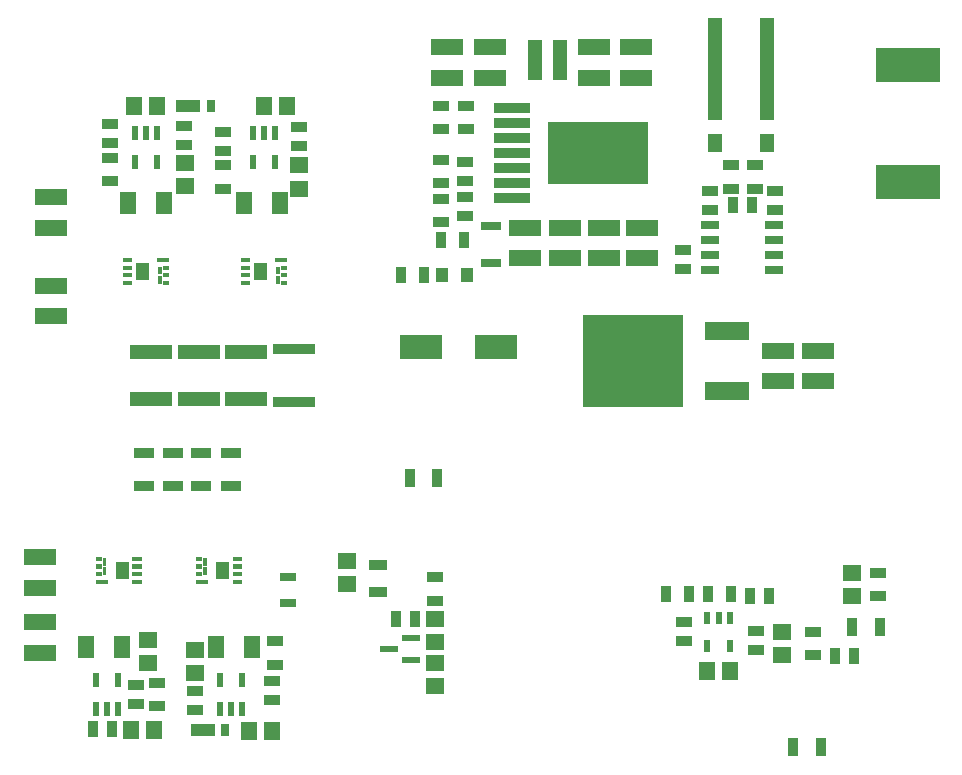
<source format=gtp>
G04*
G04 #@! TF.GenerationSoftware,Altium Limited,Altium Designer,20.1.12 (249)*
G04*
G04 Layer_Color=8421504*
%FSLAX44Y44*%
%MOMM*%
G71*
G04*
G04 #@! TF.SameCoordinates,284B2C5B-B2DB-445A-AC85-361AEC2CE434*
G04*
G04*
G04 #@! TF.FilePolarity,Positive*
G04*
G01*
G75*
%ADD17R,1.2000X8.7000*%
%ADD18R,1.2000X1.6000*%
%ADD19R,8.5100X7.8700*%
%ADD20R,3.8100X1.6200*%
%ADD21R,1.3900X0.9600*%
%ADD22R,0.9600X1.3900*%
%ADD23R,2.8200X1.4300*%
%ADD24R,1.7800X0.7100*%
%ADD25R,1.7000X0.9500*%
%ADD26R,3.5500X2.0500*%
%ADD27R,3.6100X0.8100*%
%ADD28R,3.5200X1.2500*%
%ADD29R,0.9562X1.5562*%
%ADD30R,1.5562X0.9562*%
%ADD31R,0.6000X1.2000*%
%ADD32R,8.5400X5.3500*%
%ADD33R,3.0600X0.8900*%
%ADD34R,0.8000X1.1000*%
%ADD35R,2.0000X1.1000*%
%ADD36R,1.0000X0.3400*%
%ADD37R,1.3000X3.4000*%
%ADD38R,0.6000X1.1000*%
%ADD39R,1.5250X0.6500*%
%ADD40R,1.4500X0.9500*%
%ADD41R,0.9500X1.4500*%
%ADD42R,1.3561X1.8582*%
%ADD43R,1.5500X1.3500*%
%ADD44R,1.3500X1.5500*%
%ADD45R,5.4000X2.9000*%
%ADD46R,1.5000X0.6000*%
%ADD47R,1.4500X0.7500*%
%ADD48R,1.1000X1.2000*%
G36*
X102450Y215000D02*
X97450D01*
Y218500D01*
X102450D01*
Y215000D01*
D02*
G37*
G36*
X106600Y210900D02*
X103400D01*
Y217500D01*
X106600D01*
Y210900D01*
D02*
G37*
G36*
X102450Y208500D02*
X97450D01*
Y212000D01*
X102450D01*
Y208500D01*
D02*
G37*
G36*
X106600Y202900D02*
X103400D01*
Y209500D01*
X106600D01*
Y202900D01*
D02*
G37*
G36*
X102450Y202000D02*
X97450D01*
Y205500D01*
X102450D01*
Y202000D01*
D02*
G37*
G36*
X136550Y215000D02*
X128550D01*
Y218500D01*
X136550D01*
Y215000D01*
D02*
G37*
G36*
Y208500D02*
X128550D01*
Y212000D01*
X136550D01*
Y208500D01*
D02*
G37*
G36*
Y202000D02*
X128550D01*
Y205500D01*
X136550D01*
Y202000D01*
D02*
G37*
G36*
X125350Y199750D02*
X114550D01*
Y214250D01*
X125350D01*
Y199750D01*
D02*
G37*
G36*
X136550Y195500D02*
X128550D01*
Y199000D01*
X136550D01*
Y195500D01*
D02*
G37*
G36*
X187450Y215000D02*
X182450D01*
Y218500D01*
X187450D01*
Y215000D01*
D02*
G37*
G36*
X191600Y210900D02*
X188400D01*
Y217500D01*
X191600D01*
Y210900D01*
D02*
G37*
G36*
X187450Y208500D02*
X182450D01*
Y212000D01*
X187450D01*
Y208500D01*
D02*
G37*
G36*
X191600Y202900D02*
X188400D01*
Y209500D01*
X191600D01*
Y202900D01*
D02*
G37*
G36*
X187450Y202000D02*
X182450D01*
Y205500D01*
X187450D01*
Y202000D01*
D02*
G37*
G36*
X221550Y215000D02*
X213550D01*
Y218500D01*
X221550D01*
Y215000D01*
D02*
G37*
G36*
Y208500D02*
X213550D01*
Y212000D01*
X221550D01*
Y208500D01*
D02*
G37*
G36*
Y202000D02*
X213550D01*
Y205500D01*
X221550D01*
Y202000D01*
D02*
G37*
G36*
X210350Y199750D02*
X199550D01*
Y214250D01*
X210350D01*
Y199750D01*
D02*
G37*
G36*
X221550Y195500D02*
X213550D01*
Y199000D01*
X221550D01*
Y195500D01*
D02*
G37*
G36*
X128450Y468000D02*
X120450D01*
Y471500D01*
X128450D01*
Y468000D01*
D02*
G37*
G36*
Y461500D02*
X120450D01*
Y465000D01*
X128450D01*
Y461500D01*
D02*
G37*
G36*
Y455000D02*
X120450D01*
Y458500D01*
X128450D01*
Y455000D01*
D02*
G37*
G36*
X142450Y452750D02*
X131650D01*
Y467250D01*
X142450D01*
Y452750D01*
D02*
G37*
G36*
X128450Y448500D02*
X120450D01*
Y452000D01*
X128450D01*
Y448500D01*
D02*
G37*
G36*
X159550Y461500D02*
X154550D01*
Y465000D01*
X159550D01*
Y461500D01*
D02*
G37*
G36*
X153600Y457500D02*
X150400D01*
Y464100D01*
X153600D01*
Y457500D01*
D02*
G37*
G36*
X159550Y455000D02*
X154550D01*
Y458500D01*
X159550D01*
Y455000D01*
D02*
G37*
G36*
X153600Y449500D02*
X150400D01*
Y456100D01*
X153600D01*
Y449500D01*
D02*
G37*
G36*
X159550Y448500D02*
X154550D01*
Y452000D01*
X159550D01*
Y448500D01*
D02*
G37*
G36*
X228450Y468000D02*
X220450D01*
Y471500D01*
X228450D01*
Y468000D01*
D02*
G37*
G36*
Y461500D02*
X220450D01*
Y465000D01*
X228450D01*
Y461500D01*
D02*
G37*
G36*
Y455000D02*
X220450D01*
Y458500D01*
X228450D01*
Y455000D01*
D02*
G37*
G36*
X242450Y452750D02*
X231650D01*
Y467250D01*
X242450D01*
Y452750D01*
D02*
G37*
G36*
X228450Y448500D02*
X220450D01*
Y452000D01*
X228450D01*
Y448500D01*
D02*
G37*
G36*
X259550Y461500D02*
X254550D01*
Y465000D01*
X259550D01*
Y461500D01*
D02*
G37*
G36*
X253600Y457500D02*
X250400D01*
Y464100D01*
X253600D01*
Y457500D01*
D02*
G37*
G36*
X259550Y455000D02*
X254550D01*
Y458500D01*
X259550D01*
Y455000D01*
D02*
G37*
G36*
X253600Y449500D02*
X250400D01*
Y456100D01*
X253600D01*
Y449500D01*
D02*
G37*
G36*
X259550Y448500D02*
X254550D01*
Y452000D01*
X259550D01*
Y448500D01*
D02*
G37*
D17*
X666000Y631250D02*
D03*
X622000D02*
D03*
D18*
Y568750D02*
D03*
X666000D02*
D03*
D19*
X552772Y384600D02*
D03*
D20*
X632172Y410000D02*
D03*
Y359200D02*
D03*
D21*
X132000Y110100D02*
D03*
Y93900D02*
D03*
X410542Y553100D02*
D03*
Y536900D02*
D03*
X172000Y583100D02*
D03*
Y566900D02*
D03*
X110000Y568900D02*
D03*
Y585100D02*
D03*
X247000Y113100D02*
D03*
Y96900D02*
D03*
X182000Y105100D02*
D03*
Y88900D02*
D03*
X410542Y523100D02*
D03*
Y506900D02*
D03*
X595000Y461900D02*
D03*
Y478100D02*
D03*
X618000Y528100D02*
D03*
Y511900D02*
D03*
X673000Y528100D02*
D03*
Y511900D02*
D03*
X205000Y561900D02*
D03*
Y578100D02*
D03*
X656793Y155702D02*
D03*
Y139502D02*
D03*
X595957Y163100D02*
D03*
Y146900D02*
D03*
X270000Y582100D02*
D03*
Y565900D02*
D03*
D22*
X111100Y73000D02*
D03*
X94900D02*
D03*
X653100Y516000D02*
D03*
X636900D02*
D03*
X368100Y166176D02*
D03*
X351900D02*
D03*
X739542Y134303D02*
D03*
X723343D02*
D03*
X667335Y185000D02*
D03*
X651135D02*
D03*
D23*
X431000Y624100D02*
D03*
Y649900D02*
D03*
X395000Y624100D02*
D03*
Y649900D02*
D03*
X560000Y471100D02*
D03*
Y496900D02*
D03*
X528000Y471100D02*
D03*
Y496900D02*
D03*
X495000Y471100D02*
D03*
Y496900D02*
D03*
X461000Y471100D02*
D03*
Y496900D02*
D03*
X60000Y497100D02*
D03*
Y522900D02*
D03*
Y447900D02*
D03*
Y422100D02*
D03*
X50196Y192100D02*
D03*
Y217900D02*
D03*
X50000Y162900D02*
D03*
Y137100D02*
D03*
X675115Y392900D02*
D03*
Y367100D02*
D03*
X709358Y392900D02*
D03*
Y367100D02*
D03*
X519000Y624100D02*
D03*
Y649900D02*
D03*
X555000Y624100D02*
D03*
Y649900D02*
D03*
D24*
X432000Y467600D02*
D03*
Y498400D02*
D03*
D25*
X212000Y306000D02*
D03*
Y278000D02*
D03*
X187085Y306000D02*
D03*
Y278000D02*
D03*
X162543Y306000D02*
D03*
Y278000D02*
D03*
X138000Y306000D02*
D03*
Y278000D02*
D03*
D26*
X372707Y395707D02*
D03*
X436707D02*
D03*
D27*
X265000Y349500D02*
D03*
Y394500D02*
D03*
D28*
X225000Y352200D02*
D03*
Y391800D02*
D03*
X185000Y352200D02*
D03*
Y391800D02*
D03*
X144000Y352200D02*
D03*
Y391800D02*
D03*
D29*
X711750Y57124D02*
D03*
X688250D02*
D03*
X363250Y285124D02*
D03*
X386750D02*
D03*
X761750Y159376D02*
D03*
X738250D02*
D03*
D30*
X336734Y211750D02*
D03*
Y188250D02*
D03*
D31*
X97500Y89500D02*
D03*
X107000D02*
D03*
X116500D02*
D03*
Y114500D02*
D03*
X97500D02*
D03*
X202500Y89500D02*
D03*
X212000D02*
D03*
X221500D02*
D03*
Y114500D02*
D03*
X202500D02*
D03*
X249500Y577500D02*
D03*
X240000D02*
D03*
X230500D02*
D03*
Y552500D02*
D03*
X249500D02*
D03*
X149500Y577500D02*
D03*
X140000D02*
D03*
X130500D02*
D03*
Y552500D02*
D03*
X149500D02*
D03*
D32*
X523050Y560000D02*
D03*
D33*
X450000Y521900D02*
D03*
Y534600D02*
D03*
Y547300D02*
D03*
Y560000D02*
D03*
Y572700D02*
D03*
Y585400D02*
D03*
Y598100D02*
D03*
D34*
X195000Y600000D02*
D03*
X207000Y72000D02*
D03*
D35*
X176000Y600000D02*
D03*
X188000Y72000D02*
D03*
D36*
X102500Y197250D02*
D03*
X254500Y469750D02*
D03*
X187500Y197250D02*
D03*
X154500Y469750D02*
D03*
D37*
X490500Y639000D02*
D03*
X469500D02*
D03*
D38*
X634500Y143000D02*
D03*
X615500D02*
D03*
Y167000D02*
D03*
X625000D02*
D03*
X634500D02*
D03*
D39*
X672120Y460950D02*
D03*
Y473650D02*
D03*
Y486350D02*
D03*
Y499050D02*
D03*
X617880D02*
D03*
Y486350D02*
D03*
Y473650D02*
D03*
Y460950D02*
D03*
D40*
X149000Y111750D02*
D03*
Y92250D02*
D03*
X390000Y535250D02*
D03*
Y554750D02*
D03*
Y521750D02*
D03*
Y502250D02*
D03*
X389940Y580250D02*
D03*
Y599750D02*
D03*
X410982Y580250D02*
D03*
Y599750D02*
D03*
X110000Y555750D02*
D03*
Y536250D02*
D03*
X249000Y127250D02*
D03*
Y146750D02*
D03*
X760000Y185250D02*
D03*
Y204750D02*
D03*
X656042Y530250D02*
D03*
Y549750D02*
D03*
X635000Y530250D02*
D03*
Y549750D02*
D03*
X385000Y181427D02*
D03*
Y200926D02*
D03*
X205000Y549750D02*
D03*
Y530250D02*
D03*
X705000Y135250D02*
D03*
Y154750D02*
D03*
D41*
X390250Y487000D02*
D03*
X409750D02*
D03*
X375807Y457197D02*
D03*
X356307D02*
D03*
X615793Y187043D02*
D03*
X635293D02*
D03*
X599750D02*
D03*
X580250D02*
D03*
D42*
X155261Y518000D02*
D03*
X124739D02*
D03*
X199739Y142000D02*
D03*
X230261D02*
D03*
X253261Y518000D02*
D03*
X222739D02*
D03*
X119427Y142000D02*
D03*
X88906D02*
D03*
D43*
X385000Y109426D02*
D03*
Y128926D02*
D03*
X310000Y195250D02*
D03*
Y214750D02*
D03*
X385000Y146426D02*
D03*
Y165926D02*
D03*
X737797Y185250D02*
D03*
Y204750D02*
D03*
X270000Y530250D02*
D03*
Y549750D02*
D03*
X142000Y128250D02*
D03*
Y147750D02*
D03*
X173000Y551750D02*
D03*
Y532250D02*
D03*
X182000Y120250D02*
D03*
Y139750D02*
D03*
X678495Y135250D02*
D03*
Y154750D02*
D03*
D44*
X227250Y71000D02*
D03*
X246750D02*
D03*
X615250Y121798D02*
D03*
X634750D02*
D03*
X259750Y600000D02*
D03*
X240250D02*
D03*
X127250Y72000D02*
D03*
X146750D02*
D03*
X149750Y600000D02*
D03*
X130250D02*
D03*
D45*
X785000Y634500D02*
D03*
Y535500D02*
D03*
D46*
X345500Y140176D02*
D03*
X364500Y149676D02*
D03*
Y130676D02*
D03*
D47*
X260000Y201000D02*
D03*
Y179000D02*
D03*
D48*
X411558Y457197D02*
D03*
X390558D02*
D03*
M02*

</source>
